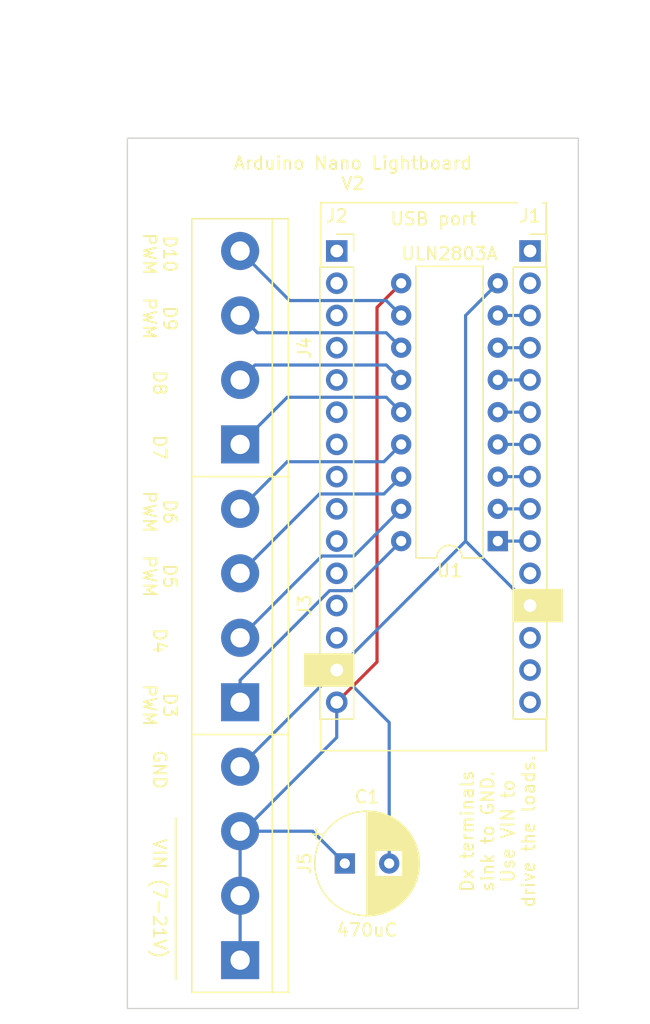
<source format=kicad_pcb>
(kicad_pcb (version 20171130) (host pcbnew 5.1.9+dfsg1-1)

  (general
    (thickness 1.6)
    (drawings 30)
    (tracks 51)
    (zones 0)
    (modules 11)
    (nets 37)
  )

  (page A4)
  (layers
    (0 F.Cu signal)
    (31 B.Cu signal)
    (32 B.Adhes user)
    (33 F.Adhes user)
    (34 B.Paste user)
    (35 F.Paste user)
    (36 B.SilkS user)
    (37 F.SilkS user)
    (38 B.Mask user)
    (39 F.Mask user)
    (40 Dwgs.User user)
    (41 Cmts.User user)
    (42 Eco1.User user)
    (43 Eco2.User user)
    (44 Edge.Cuts user)
    (45 Margin user)
    (46 B.CrtYd user)
    (47 F.CrtYd user)
    (48 B.Fab user)
    (49 F.Fab user)
  )

  (setup
    (last_trace_width 0.25)
    (trace_clearance 0.2)
    (zone_clearance 0.508)
    (zone_45_only no)
    (trace_min 0.2)
    (via_size 0.8)
    (via_drill 0.4)
    (via_min_size 0.4)
    (via_min_drill 0.3)
    (uvia_size 0.3)
    (uvia_drill 0.1)
    (uvias_allowed no)
    (uvia_min_size 0.2)
    (uvia_min_drill 0.1)
    (edge_width 0.05)
    (segment_width 0.2)
    (pcb_text_width 0.3)
    (pcb_text_size 1.5 1.5)
    (mod_edge_width 0.12)
    (mod_text_size 1 1)
    (mod_text_width 0.15)
    (pad_size 1.524 1.524)
    (pad_drill 0.762)
    (pad_to_mask_clearance 0)
    (aux_axis_origin 0 0)
    (grid_origin 86.36 56.92)
    (visible_elements FFFFFF7F)
    (pcbplotparams
      (layerselection 0x010fc_ffffffff)
      (usegerberextensions false)
      (usegerberattributes true)
      (usegerberadvancedattributes true)
      (creategerberjobfile true)
      (excludeedgelayer true)
      (linewidth 0.100000)
      (plotframeref false)
      (viasonmask false)
      (mode 1)
      (useauxorigin false)
      (hpglpennumber 1)
      (hpglpenspeed 20)
      (hpglpendiameter 15.000000)
      (psnegative false)
      (psa4output false)
      (plotreference true)
      (plotvalue true)
      (plotinvisibletext false)
      (padsonsilk false)
      (subtractmaskfromsilk false)
      (outputformat 1)
      (mirror false)
      (drillshape 1)
      (scaleselection 1)
      (outputdirectory ""))
  )

  (net 0 "")
  (net 1 GND)
  (net 2 +7.5V)
  (net 3 /TX0)
  (net 4 /RX0)
  (net 5 /RST)
  (net 6 /D2)
  (net 7 "/D3(PWM)")
  (net 8 /D4)
  (net 9 "/D5(PWM)")
  (net 10 "/D6(PWM)")
  (net 11 /D7)
  (net 12 /D8)
  (net 13 "/D9(PWM)")
  (net 14 "/D10(PWM)")
  (net 15 /D11)
  (net 16 /D12)
  (net 17 +5V)
  (net 18 "Net-(J2-Pad11)")
  (net 19 "Net-(J2-Pad10)")
  (net 20 "Net-(J2-Pad9)")
  (net 21 "Net-(J2-Pad8)")
  (net 22 "Net-(J2-Pad7)")
  (net 23 "Net-(J2-Pad6)")
  (net 24 "Net-(J2-Pad5)")
  (net 25 "Net-(J2-Pad4)")
  (net 26 "Net-(J2-Pad3)")
  (net 27 "Net-(J2-Pad2)")
  (net 28 "Net-(J2-Pad1)")
  (net 29 /LED_OUT4)
  (net 30 /LED_OUT1)
  (net 31 /LED_OUT3)
  (net 32 /LED_OUT2)
  (net 33 /LED_OUT8)
  (net 34 /LED_OUT5)
  (net 35 /LED_OUT7)
  (net 36 /LED_OUT6)

  (net_class Default "This is the default net class."
    (clearance 0.2)
    (trace_width 0.25)
    (via_dia 0.8)
    (via_drill 0.4)
    (uvia_dia 0.3)
    (uvia_drill 0.1)
    (add_net +5V)
    (add_net +7.5V)
    (add_net "/D10(PWM)")
    (add_net /D11)
    (add_net /D12)
    (add_net /D2)
    (add_net "/D3(PWM)")
    (add_net /D4)
    (add_net "/D5(PWM)")
    (add_net "/D6(PWM)")
    (add_net /D7)
    (add_net /D8)
    (add_net "/D9(PWM)")
    (add_net /LED_OUT1)
    (add_net /LED_OUT2)
    (add_net /LED_OUT3)
    (add_net /LED_OUT4)
    (add_net /LED_OUT5)
    (add_net /LED_OUT6)
    (add_net /LED_OUT7)
    (add_net /LED_OUT8)
    (add_net /RST)
    (add_net /RX0)
    (add_net /TX0)
    (add_net GND)
    (add_net "Net-(J2-Pad1)")
    (add_net "Net-(J2-Pad10)")
    (add_net "Net-(J2-Pad11)")
    (add_net "Net-(J2-Pad2)")
    (add_net "Net-(J2-Pad3)")
    (add_net "Net-(J2-Pad4)")
    (add_net "Net-(J2-Pad5)")
    (add_net "Net-(J2-Pad6)")
    (add_net "Net-(J2-Pad7)")
    (add_net "Net-(J2-Pad8)")
    (add_net "Net-(J2-Pad9)")
  )

  (module Capacitor_THT:CP_Radial_D8.0mm_P3.50mm (layer F.Cu) (tedit 5AE50EF0) (tstamp 6173E424)
    (at 86.995 105.18)
    (descr "CP, Radial series, Radial, pin pitch=3.50mm, , diameter=8mm, Electrolytic Capacitor")
    (tags "CP Radial series Radial pin pitch 3.50mm  diameter 8mm Electrolytic Capacitor")
    (path /616802A6)
    (fp_text reference C1 (at 1.75 -5.25) (layer F.SilkS)
      (effects (font (size 1 1) (thickness 0.15)))
    )
    (fp_text value 470uC (at 1.75 5.25) (layer F.SilkS)
      (effects (font (size 1 1) (thickness 0.15)))
    )
    (fp_line (start -2.259698 -2.715) (end -2.259698 -1.915) (layer F.SilkS) (width 0.12))
    (fp_line (start -2.659698 -2.315) (end -1.859698 -2.315) (layer F.SilkS) (width 0.12))
    (fp_line (start 5.831 -0.533) (end 5.831 0.533) (layer F.SilkS) (width 0.12))
    (fp_line (start 5.791 -0.768) (end 5.791 0.768) (layer F.SilkS) (width 0.12))
    (fp_line (start 5.751 -0.948) (end 5.751 0.948) (layer F.SilkS) (width 0.12))
    (fp_line (start 5.711 -1.098) (end 5.711 1.098) (layer F.SilkS) (width 0.12))
    (fp_line (start 5.671 -1.229) (end 5.671 1.229) (layer F.SilkS) (width 0.12))
    (fp_line (start 5.631 -1.346) (end 5.631 1.346) (layer F.SilkS) (width 0.12))
    (fp_line (start 5.591 -1.453) (end 5.591 1.453) (layer F.SilkS) (width 0.12))
    (fp_line (start 5.551 -1.552) (end 5.551 1.552) (layer F.SilkS) (width 0.12))
    (fp_line (start 5.511 -1.645) (end 5.511 1.645) (layer F.SilkS) (width 0.12))
    (fp_line (start 5.471 -1.731) (end 5.471 1.731) (layer F.SilkS) (width 0.12))
    (fp_line (start 5.431 -1.813) (end 5.431 1.813) (layer F.SilkS) (width 0.12))
    (fp_line (start 5.391 -1.89) (end 5.391 1.89) (layer F.SilkS) (width 0.12))
    (fp_line (start 5.351 -1.964) (end 5.351 1.964) (layer F.SilkS) (width 0.12))
    (fp_line (start 5.311 -2.034) (end 5.311 2.034) (layer F.SilkS) (width 0.12))
    (fp_line (start 5.271 -2.102) (end 5.271 2.102) (layer F.SilkS) (width 0.12))
    (fp_line (start 5.231 -2.166) (end 5.231 2.166) (layer F.SilkS) (width 0.12))
    (fp_line (start 5.191 -2.228) (end 5.191 2.228) (layer F.SilkS) (width 0.12))
    (fp_line (start 5.151 -2.287) (end 5.151 2.287) (layer F.SilkS) (width 0.12))
    (fp_line (start 5.111 -2.345) (end 5.111 2.345) (layer F.SilkS) (width 0.12))
    (fp_line (start 5.071 -2.4) (end 5.071 2.4) (layer F.SilkS) (width 0.12))
    (fp_line (start 5.031 -2.454) (end 5.031 2.454) (layer F.SilkS) (width 0.12))
    (fp_line (start 4.991 -2.505) (end 4.991 2.505) (layer F.SilkS) (width 0.12))
    (fp_line (start 4.951 -2.556) (end 4.951 2.556) (layer F.SilkS) (width 0.12))
    (fp_line (start 4.911 -2.604) (end 4.911 2.604) (layer F.SilkS) (width 0.12))
    (fp_line (start 4.871 -2.651) (end 4.871 2.651) (layer F.SilkS) (width 0.12))
    (fp_line (start 4.831 -2.697) (end 4.831 2.697) (layer F.SilkS) (width 0.12))
    (fp_line (start 4.791 -2.741) (end 4.791 2.741) (layer F.SilkS) (width 0.12))
    (fp_line (start 4.751 -2.784) (end 4.751 2.784) (layer F.SilkS) (width 0.12))
    (fp_line (start 4.711 -2.826) (end 4.711 2.826) (layer F.SilkS) (width 0.12))
    (fp_line (start 4.671 -2.867) (end 4.671 2.867) (layer F.SilkS) (width 0.12))
    (fp_line (start 4.631 -2.907) (end 4.631 2.907) (layer F.SilkS) (width 0.12))
    (fp_line (start 4.591 -2.945) (end 4.591 2.945) (layer F.SilkS) (width 0.12))
    (fp_line (start 4.551 -2.983) (end 4.551 2.983) (layer F.SilkS) (width 0.12))
    (fp_line (start 4.511 1.04) (end 4.511 3.019) (layer F.SilkS) (width 0.12))
    (fp_line (start 4.511 -3.019) (end 4.511 -1.04) (layer F.SilkS) (width 0.12))
    (fp_line (start 4.471 1.04) (end 4.471 3.055) (layer F.SilkS) (width 0.12))
    (fp_line (start 4.471 -3.055) (end 4.471 -1.04) (layer F.SilkS) (width 0.12))
    (fp_line (start 4.431 1.04) (end 4.431 3.09) (layer F.SilkS) (width 0.12))
    (fp_line (start 4.431 -3.09) (end 4.431 -1.04) (layer F.SilkS) (width 0.12))
    (fp_line (start 4.391 1.04) (end 4.391 3.124) (layer F.SilkS) (width 0.12))
    (fp_line (start 4.391 -3.124) (end 4.391 -1.04) (layer F.SilkS) (width 0.12))
    (fp_line (start 4.351 1.04) (end 4.351 3.156) (layer F.SilkS) (width 0.12))
    (fp_line (start 4.351 -3.156) (end 4.351 -1.04) (layer F.SilkS) (width 0.12))
    (fp_line (start 4.311 1.04) (end 4.311 3.189) (layer F.SilkS) (width 0.12))
    (fp_line (start 4.311 -3.189) (end 4.311 -1.04) (layer F.SilkS) (width 0.12))
    (fp_line (start 4.271 1.04) (end 4.271 3.22) (layer F.SilkS) (width 0.12))
    (fp_line (start 4.271 -3.22) (end 4.271 -1.04) (layer F.SilkS) (width 0.12))
    (fp_line (start 4.231 1.04) (end 4.231 3.25) (layer F.SilkS) (width 0.12))
    (fp_line (start 4.231 -3.25) (end 4.231 -1.04) (layer F.SilkS) (width 0.12))
    (fp_line (start 4.191 1.04) (end 4.191 3.28) (layer F.SilkS) (width 0.12))
    (fp_line (start 4.191 -3.28) (end 4.191 -1.04) (layer F.SilkS) (width 0.12))
    (fp_line (start 4.151 1.04) (end 4.151 3.309) (layer F.SilkS) (width 0.12))
    (fp_line (start 4.151 -3.309) (end 4.151 -1.04) (layer F.SilkS) (width 0.12))
    (fp_line (start 4.111 1.04) (end 4.111 3.338) (layer F.SilkS) (width 0.12))
    (fp_line (start 4.111 -3.338) (end 4.111 -1.04) (layer F.SilkS) (width 0.12))
    (fp_line (start 4.071 1.04) (end 4.071 3.365) (layer F.SilkS) (width 0.12))
    (fp_line (start 4.071 -3.365) (end 4.071 -1.04) (layer F.SilkS) (width 0.12))
    (fp_line (start 4.031 1.04) (end 4.031 3.392) (layer F.SilkS) (width 0.12))
    (fp_line (start 4.031 -3.392) (end 4.031 -1.04) (layer F.SilkS) (width 0.12))
    (fp_line (start 3.991 1.04) (end 3.991 3.418) (layer F.SilkS) (width 0.12))
    (fp_line (start 3.991 -3.418) (end 3.991 -1.04) (layer F.SilkS) (width 0.12))
    (fp_line (start 3.951 1.04) (end 3.951 3.444) (layer F.SilkS) (width 0.12))
    (fp_line (start 3.951 -3.444) (end 3.951 -1.04) (layer F.SilkS) (width 0.12))
    (fp_line (start 3.911 1.04) (end 3.911 3.469) (layer F.SilkS) (width 0.12))
    (fp_line (start 3.911 -3.469) (end 3.911 -1.04) (layer F.SilkS) (width 0.12))
    (fp_line (start 3.871 1.04) (end 3.871 3.493) (layer F.SilkS) (width 0.12))
    (fp_line (start 3.871 -3.493) (end 3.871 -1.04) (layer F.SilkS) (width 0.12))
    (fp_line (start 3.831 1.04) (end 3.831 3.517) (layer F.SilkS) (width 0.12))
    (fp_line (start 3.831 -3.517) (end 3.831 -1.04) (layer F.SilkS) (width 0.12))
    (fp_line (start 3.791 1.04) (end 3.791 3.54) (layer F.SilkS) (width 0.12))
    (fp_line (start 3.791 -3.54) (end 3.791 -1.04) (layer F.SilkS) (width 0.12))
    (fp_line (start 3.751 1.04) (end 3.751 3.562) (layer F.SilkS) (width 0.12))
    (fp_line (start 3.751 -3.562) (end 3.751 -1.04) (layer F.SilkS) (width 0.12))
    (fp_line (start 3.711 1.04) (end 3.711 3.584) (layer F.SilkS) (width 0.12))
    (fp_line (start 3.711 -3.584) (end 3.711 -1.04) (layer F.SilkS) (width 0.12))
    (fp_line (start 3.671 1.04) (end 3.671 3.606) (layer F.SilkS) (width 0.12))
    (fp_line (start 3.671 -3.606) (end 3.671 -1.04) (layer F.SilkS) (width 0.12))
    (fp_line (start 3.631 1.04) (end 3.631 3.627) (layer F.SilkS) (width 0.12))
    (fp_line (start 3.631 -3.627) (end 3.631 -1.04) (layer F.SilkS) (width 0.12))
    (fp_line (start 3.591 1.04) (end 3.591 3.647) (layer F.SilkS) (width 0.12))
    (fp_line (start 3.591 -3.647) (end 3.591 -1.04) (layer F.SilkS) (width 0.12))
    (fp_line (start 3.551 1.04) (end 3.551 3.666) (layer F.SilkS) (width 0.12))
    (fp_line (start 3.551 -3.666) (end 3.551 -1.04) (layer F.SilkS) (width 0.12))
    (fp_line (start 3.511 1.04) (end 3.511 3.686) (layer F.SilkS) (width 0.12))
    (fp_line (start 3.511 -3.686) (end 3.511 -1.04) (layer F.SilkS) (width 0.12))
    (fp_line (start 3.471 1.04) (end 3.471 3.704) (layer F.SilkS) (width 0.12))
    (fp_line (start 3.471 -3.704) (end 3.471 -1.04) (layer F.SilkS) (width 0.12))
    (fp_line (start 3.431 1.04) (end 3.431 3.722) (layer F.SilkS) (width 0.12))
    (fp_line (start 3.431 -3.722) (end 3.431 -1.04) (layer F.SilkS) (width 0.12))
    (fp_line (start 3.391 1.04) (end 3.391 3.74) (layer F.SilkS) (width 0.12))
    (fp_line (start 3.391 -3.74) (end 3.391 -1.04) (layer F.SilkS) (width 0.12))
    (fp_line (start 3.351 1.04) (end 3.351 3.757) (layer F.SilkS) (width 0.12))
    (fp_line (start 3.351 -3.757) (end 3.351 -1.04) (layer F.SilkS) (width 0.12))
    (fp_line (start 3.311 1.04) (end 3.311 3.774) (layer F.SilkS) (width 0.12))
    (fp_line (start 3.311 -3.774) (end 3.311 -1.04) (layer F.SilkS) (width 0.12))
    (fp_line (start 3.271 1.04) (end 3.271 3.79) (layer F.SilkS) (width 0.12))
    (fp_line (start 3.271 -3.79) (end 3.271 -1.04) (layer F.SilkS) (width 0.12))
    (fp_line (start 3.231 1.04) (end 3.231 3.805) (layer F.SilkS) (width 0.12))
    (fp_line (start 3.231 -3.805) (end 3.231 -1.04) (layer F.SilkS) (width 0.12))
    (fp_line (start 3.191 1.04) (end 3.191 3.821) (layer F.SilkS) (width 0.12))
    (fp_line (start 3.191 -3.821) (end 3.191 -1.04) (layer F.SilkS) (width 0.12))
    (fp_line (start 3.151 1.04) (end 3.151 3.835) (layer F.SilkS) (width 0.12))
    (fp_line (start 3.151 -3.835) (end 3.151 -1.04) (layer F.SilkS) (width 0.12))
    (fp_line (start 3.111 1.04) (end 3.111 3.85) (layer F.SilkS) (width 0.12))
    (fp_line (start 3.111 -3.85) (end 3.111 -1.04) (layer F.SilkS) (width 0.12))
    (fp_line (start 3.071 1.04) (end 3.071 3.863) (layer F.SilkS) (width 0.12))
    (fp_line (start 3.071 -3.863) (end 3.071 -1.04) (layer F.SilkS) (width 0.12))
    (fp_line (start 3.031 1.04) (end 3.031 3.877) (layer F.SilkS) (width 0.12))
    (fp_line (start 3.031 -3.877) (end 3.031 -1.04) (layer F.SilkS) (width 0.12))
    (fp_line (start 2.991 1.04) (end 2.991 3.889) (layer F.SilkS) (width 0.12))
    (fp_line (start 2.991 -3.889) (end 2.991 -1.04) (layer F.SilkS) (width 0.12))
    (fp_line (start 2.951 1.04) (end 2.951 3.902) (layer F.SilkS) (width 0.12))
    (fp_line (start 2.951 -3.902) (end 2.951 -1.04) (layer F.SilkS) (width 0.12))
    (fp_line (start 2.911 1.04) (end 2.911 3.914) (layer F.SilkS) (width 0.12))
    (fp_line (start 2.911 -3.914) (end 2.911 -1.04) (layer F.SilkS) (width 0.12))
    (fp_line (start 2.871 1.04) (end 2.871 3.925) (layer F.SilkS) (width 0.12))
    (fp_line (start 2.871 -3.925) (end 2.871 -1.04) (layer F.SilkS) (width 0.12))
    (fp_line (start 2.831 1.04) (end 2.831 3.936) (layer F.SilkS) (width 0.12))
    (fp_line (start 2.831 -3.936) (end 2.831 -1.04) (layer F.SilkS) (width 0.12))
    (fp_line (start 2.791 1.04) (end 2.791 3.947) (layer F.SilkS) (width 0.12))
    (fp_line (start 2.791 -3.947) (end 2.791 -1.04) (layer F.SilkS) (width 0.12))
    (fp_line (start 2.751 1.04) (end 2.751 3.957) (layer F.SilkS) (width 0.12))
    (fp_line (start 2.751 -3.957) (end 2.751 -1.04) (layer F.SilkS) (width 0.12))
    (fp_line (start 2.711 1.04) (end 2.711 3.967) (layer F.SilkS) (width 0.12))
    (fp_line (start 2.711 -3.967) (end 2.711 -1.04) (layer F.SilkS) (width 0.12))
    (fp_line (start 2.671 1.04) (end 2.671 3.976) (layer F.SilkS) (width 0.12))
    (fp_line (start 2.671 -3.976) (end 2.671 -1.04) (layer F.SilkS) (width 0.12))
    (fp_line (start 2.631 1.04) (end 2.631 3.985) (layer F.SilkS) (width 0.12))
    (fp_line (start 2.631 -3.985) (end 2.631 -1.04) (layer F.SilkS) (width 0.12))
    (fp_line (start 2.591 1.04) (end 2.591 3.994) (layer F.SilkS) (width 0.12))
    (fp_line (start 2.591 -3.994) (end 2.591 -1.04) (layer F.SilkS) (width 0.12))
    (fp_line (start 2.551 1.04) (end 2.551 4.002) (layer F.SilkS) (width 0.12))
    (fp_line (start 2.551 -4.002) (end 2.551 -1.04) (layer F.SilkS) (width 0.12))
    (fp_line (start 2.511 1.04) (end 2.511 4.01) (layer F.SilkS) (width 0.12))
    (fp_line (start 2.511 -4.01) (end 2.511 -1.04) (layer F.SilkS) (width 0.12))
    (fp_line (start 2.471 1.04) (end 2.471 4.017) (layer F.SilkS) (width 0.12))
    (fp_line (start 2.471 -4.017) (end 2.471 -1.04) (layer F.SilkS) (width 0.12))
    (fp_line (start 2.43 -4.024) (end 2.43 4.024) (layer F.SilkS) (width 0.12))
    (fp_line (start 2.39 -4.03) (end 2.39 4.03) (layer F.SilkS) (width 0.12))
    (fp_line (start 2.35 -4.037) (end 2.35 4.037) (layer F.SilkS) (width 0.12))
    (fp_line (start 2.31 -4.042) (end 2.31 4.042) (layer F.SilkS) (width 0.12))
    (fp_line (start 2.27 -4.048) (end 2.27 4.048) (layer F.SilkS) (width 0.12))
    (fp_line (start 2.23 -4.052) (end 2.23 4.052) (layer F.SilkS) (width 0.12))
    (fp_line (start 2.19 -4.057) (end 2.19 4.057) (layer F.SilkS) (width 0.12))
    (fp_line (start 2.15 -4.061) (end 2.15 4.061) (layer F.SilkS) (width 0.12))
    (fp_line (start 2.11 -4.065) (end 2.11 4.065) (layer F.SilkS) (width 0.12))
    (fp_line (start 2.07 -4.068) (end 2.07 4.068) (layer F.SilkS) (width 0.12))
    (fp_line (start 2.03 -4.071) (end 2.03 4.071) (layer F.SilkS) (width 0.12))
    (fp_line (start 1.99 -4.074) (end 1.99 4.074) (layer F.SilkS) (width 0.12))
    (fp_line (start 1.95 -4.076) (end 1.95 4.076) (layer F.SilkS) (width 0.12))
    (fp_line (start 1.91 -4.077) (end 1.91 4.077) (layer F.SilkS) (width 0.12))
    (fp_line (start 1.87 -4.079) (end 1.87 4.079) (layer F.SilkS) (width 0.12))
    (fp_line (start 1.83 -4.08) (end 1.83 4.08) (layer F.SilkS) (width 0.12))
    (fp_line (start 1.79 -4.08) (end 1.79 4.08) (layer F.SilkS) (width 0.12))
    (fp_line (start 1.75 -4.08) (end 1.75 4.08) (layer F.SilkS) (width 0.12))
    (fp_line (start -1.276759 -2.1475) (end -1.276759 -1.3475) (layer F.Fab) (width 0.1))
    (fp_line (start -1.676759 -1.7475) (end -0.876759 -1.7475) (layer F.Fab) (width 0.1))
    (fp_circle (center 1.75 0) (end 6 0) (layer F.CrtYd) (width 0.05))
    (fp_circle (center 1.75 0) (end 5.87 0) (layer F.SilkS) (width 0.12))
    (fp_circle (center 1.75 0) (end 5.75 0) (layer F.Fab) (width 0.1))
    (fp_text user %R (at 1.75 0) (layer F.Fab)
      (effects (font (size 1 1) (thickness 0.15)))
    )
    (pad 2 thru_hole circle (at 3.5 0) (size 1.6 1.6) (drill 0.8) (layers *.Cu *.Mask)
      (net 1 GND))
    (pad 1 thru_hole rect (at 0 0) (size 1.6 1.6) (drill 0.8) (layers *.Cu *.Mask)
      (net 2 +7.5V))
    (model ${KISYS3DMOD}/Capacitor_THT.3dshapes/CP_Radial_D8.0mm_P3.50mm.wrl
      (at (xyz 0 0 0))
      (scale (xyz 1 1 1))
      (rotate (xyz 0 0 0))
    )
  )

  (module Package_DIP:DIP-18_W7.62mm (layer F.Cu) (tedit 5A02E8C5) (tstamp 6165A14C)
    (at 99.06 79.78 180)
    (descr "18-lead though-hole mounted DIP package, row spacing 7.62 mm (300 mils)")
    (tags "THT DIP DIL PDIP 2.54mm 7.62mm 300mil")
    (path /616665CA)
    (fp_text reference U1 (at 3.81 -2.33) (layer F.SilkS)
      (effects (font (size 1 1) (thickness 0.15)))
    )
    (fp_text value ULN2803A (at 3.81 22.65) (layer F.SilkS)
      (effects (font (size 1 1) (thickness 0.15)))
    )
    (fp_line (start 1.635 -1.27) (end 6.985 -1.27) (layer F.Fab) (width 0.1))
    (fp_line (start 6.985 -1.27) (end 6.985 21.59) (layer F.Fab) (width 0.1))
    (fp_line (start 6.985 21.59) (end 0.635 21.59) (layer F.Fab) (width 0.1))
    (fp_line (start 0.635 21.59) (end 0.635 -0.27) (layer F.Fab) (width 0.1))
    (fp_line (start 0.635 -0.27) (end 1.635 -1.27) (layer F.Fab) (width 0.1))
    (fp_line (start 2.81 -1.33) (end 1.16 -1.33) (layer F.SilkS) (width 0.12))
    (fp_line (start 1.16 -1.33) (end 1.16 21.65) (layer F.SilkS) (width 0.12))
    (fp_line (start 1.16 21.65) (end 6.46 21.65) (layer F.SilkS) (width 0.12))
    (fp_line (start 6.46 21.65) (end 6.46 -1.33) (layer F.SilkS) (width 0.12))
    (fp_line (start 6.46 -1.33) (end 4.81 -1.33) (layer F.SilkS) (width 0.12))
    (fp_line (start -1.1 -1.55) (end -1.1 21.85) (layer F.CrtYd) (width 0.05))
    (fp_line (start -1.1 21.85) (end 8.7 21.85) (layer F.CrtYd) (width 0.05))
    (fp_line (start 8.7 21.85) (end 8.7 -1.55) (layer F.CrtYd) (width 0.05))
    (fp_line (start 8.7 -1.55) (end -1.1 -1.55) (layer F.CrtYd) (width 0.05))
    (fp_text user %R (at 3.81 10.16) (layer F.Fab)
      (effects (font (size 1 1) (thickness 0.15)))
    )
    (fp_arc (start 3.81 -1.33) (end 2.81 -1.33) (angle -180) (layer F.SilkS) (width 0.12))
    (pad 18 thru_hole oval (at 7.62 0 180) (size 1.6 1.6) (drill 0.8) (layers *.Cu *.Mask)
      (net 30 /LED_OUT1))
    (pad 9 thru_hole oval (at 0 20.32 180) (size 1.6 1.6) (drill 0.8) (layers *.Cu *.Mask)
      (net 1 GND))
    (pad 17 thru_hole oval (at 7.62 2.54 180) (size 1.6 1.6) (drill 0.8) (layers *.Cu *.Mask)
      (net 32 /LED_OUT2))
    (pad 8 thru_hole oval (at 0 17.78 180) (size 1.6 1.6) (drill 0.8) (layers *.Cu *.Mask)
      (net 14 "/D10(PWM)"))
    (pad 16 thru_hole oval (at 7.62 5.08 180) (size 1.6 1.6) (drill 0.8) (layers *.Cu *.Mask)
      (net 31 /LED_OUT3))
    (pad 7 thru_hole oval (at 0 15.24 180) (size 1.6 1.6) (drill 0.8) (layers *.Cu *.Mask)
      (net 13 "/D9(PWM)"))
    (pad 15 thru_hole oval (at 7.62 7.62 180) (size 1.6 1.6) (drill 0.8) (layers *.Cu *.Mask)
      (net 29 /LED_OUT4))
    (pad 6 thru_hole oval (at 0 12.7 180) (size 1.6 1.6) (drill 0.8) (layers *.Cu *.Mask)
      (net 12 /D8))
    (pad 14 thru_hole oval (at 7.62 10.16 180) (size 1.6 1.6) (drill 0.8) (layers *.Cu *.Mask)
      (net 34 /LED_OUT5))
    (pad 5 thru_hole oval (at 0 10.16 180) (size 1.6 1.6) (drill 0.8) (layers *.Cu *.Mask)
      (net 11 /D7))
    (pad 13 thru_hole oval (at 7.62 12.7 180) (size 1.6 1.6) (drill 0.8) (layers *.Cu *.Mask)
      (net 36 /LED_OUT6))
    (pad 4 thru_hole oval (at 0 7.62 180) (size 1.6 1.6) (drill 0.8) (layers *.Cu *.Mask)
      (net 10 "/D6(PWM)"))
    (pad 12 thru_hole oval (at 7.62 15.24 180) (size 1.6 1.6) (drill 0.8) (layers *.Cu *.Mask)
      (net 35 /LED_OUT7))
    (pad 3 thru_hole oval (at 0 5.08 180) (size 1.6 1.6) (drill 0.8) (layers *.Cu *.Mask)
      (net 9 "/D5(PWM)"))
    (pad 11 thru_hole oval (at 7.62 17.78 180) (size 1.6 1.6) (drill 0.8) (layers *.Cu *.Mask)
      (net 33 /LED_OUT8))
    (pad 2 thru_hole oval (at 0 2.54 180) (size 1.6 1.6) (drill 0.8) (layers *.Cu *.Mask)
      (net 8 /D4))
    (pad 10 thru_hole oval (at 7.62 20.32 180) (size 1.6 1.6) (drill 0.8) (layers *.Cu *.Mask)
      (net 2 +7.5V))
    (pad 1 thru_hole rect (at 0 0 180) (size 1.6 1.6) (drill 0.8) (layers *.Cu *.Mask)
      (net 7 "/D3(PWM)"))
    (model ${KISYS3DMOD}/Package_DIP.3dshapes/DIP-18_W7.62mm.wrl
      (at (xyz 0 0 0))
      (scale (xyz 1 1 1))
      (rotate (xyz 0 0 0))
    )
  )

  (module MountingHole:MountingHole_3.2mm_M3 (layer F.Cu) (tedit 56D1B4CB) (tstamp 616617BD)
    (at 101.6 51.84)
    (descr "Mounting Hole 3.2mm, no annular, M3")
    (tags "mounting hole 3.2mm no annular m3")
    (attr virtual)
    (fp_text reference "" (at 0 -4.2) (layer F.SilkS) hide
      (effects (font (size 1 1) (thickness 0.15)))
    )
    (fp_text value MountingHole_3.2mm_M3 (at 0 4.2) (layer F.Fab)
      (effects (font (size 1 1) (thickness 0.15)))
    )
    (fp_circle (center 0 0) (end 3.45 0) (layer F.CrtYd) (width 0.05))
    (fp_circle (center 0 0) (end 3.2 0) (layer Cmts.User) (width 0.15))
    (fp_text user %R (at 0.3 0) (layer F.Fab)
      (effects (font (size 1 1) (thickness 0.15)))
    )
    (pad 1 np_thru_hole circle (at 0 0) (size 3.2 3.2) (drill 3.2) (layers *.Cu *.Mask))
  )

  (module MountingHole:MountingHole_3.2mm_M3 (layer F.Cu) (tedit 56D1B4CB) (tstamp 6166183A)
    (at 73.66 51.84)
    (descr "Mounting Hole 3.2mm, no annular, M3")
    (tags "mounting hole 3.2mm no annular m3")
    (attr virtual)
    (fp_text reference "" (at 0 -4.2) (layer F.SilkS) hide
      (effects (font (size 1 1) (thickness 0.15)))
    )
    (fp_text value MountingHole_3.2mm_M3 (at 0 4.2) (layer F.Fab)
      (effects (font (size 1 1) (thickness 0.15)))
    )
    (fp_circle (center 0 0) (end 3.45 0) (layer F.CrtYd) (width 0.05))
    (fp_circle (center 0 0) (end 3.2 0) (layer Cmts.User) (width 0.15))
    (fp_text user %R (at 0.3 0) (layer F.Fab)
      (effects (font (size 1 1) (thickness 0.15)))
    )
    (pad 1 np_thru_hole circle (at 0 0) (size 3.2 3.2) (drill 3.2) (layers *.Cu *.Mask))
  )

  (module MountingHole:MountingHole_3.2mm_M3 (layer F.Cu) (tedit 56D1B4CB) (tstamp 61669596)
    (at 101.6 112.8)
    (descr "Mounting Hole 3.2mm, no annular, M3")
    (tags "mounting hole 3.2mm no annular m3")
    (attr virtual)
    (fp_text reference REF** (at 0 -4.2) (layer F.SilkS) hide
      (effects (font (size 1 1) (thickness 0.15)))
    )
    (fp_text value MountingHole_3.2mm_M3 (at 0 4.2) (layer F.Fab)
      (effects (font (size 1 1) (thickness 0.15)))
    )
    (fp_circle (center 0 0) (end 3.2 0) (layer Cmts.User) (width 0.15))
    (fp_circle (center 0 0) (end 3.45 0) (layer F.CrtYd) (width 0.05))
    (fp_text user %R (at 0.3 0) (layer F.Fab)
      (effects (font (size 1 1) (thickness 0.15)))
    )
    (pad 1 np_thru_hole circle (at 0 0) (size 3.2 3.2) (drill 3.2) (layers *.Cu *.Mask))
  )

  (module MountingHole:MountingHole_3.2mm_M3 (layer F.Cu) (tedit 56D1B4CB) (tstamp 61661750)
    (at 86.36 112.8)
    (descr "Mounting Hole 3.2mm, no annular, M3")
    (tags "mounting hole 3.2mm no annular m3")
    (attr virtual)
    (fp_text reference REF** (at 0 -4.2) (layer F.SilkS) hide
      (effects (font (size 1 1) (thickness 0.15)))
    )
    (fp_text value MountingHole_3.2mm_M3 (at 0 4.2) (layer F.Fab)
      (effects (font (size 1 1) (thickness 0.15)))
    )
    (fp_circle (center 0 0) (end 3.2 0) (layer Cmts.User) (width 0.15))
    (fp_circle (center 0 0) (end 3.45 0) (layer F.CrtYd) (width 0.05))
    (fp_text user %R (at 0.3 0) (layer F.Fab)
      (effects (font (size 1 1) (thickness 0.15)))
    )
    (pad 1 np_thru_hole circle (at 0 0) (size 3.2 3.2) (drill 3.2) (layers *.Cu *.Mask))
  )

  (module TerminalBlock:TerminalBlock_bornier-4_P5.08mm (layer F.Cu) (tedit 59FF03D1) (tstamp 61661C11)
    (at 78.74 112.8 90)
    (descr "simple 4-pin terminal block, pitch 5.08mm, revamped version of bornier4")
    (tags "terminal block bornier4")
    (path /616648E0)
    (fp_text reference J5 (at 7.62 5.08 90) (layer F.SilkS)
      (effects (font (size 1 1) (thickness 0.15)))
    )
    (fp_text value Screw_Terminal_01x04 (at 7.6 4.75 90) (layer F.Fab)
      (effects (font (size 1 1) (thickness 0.15)))
    )
    (fp_line (start 17.97 4) (end -2.73 4) (layer F.CrtYd) (width 0.05))
    (fp_line (start 17.97 4) (end 17.97 -4) (layer F.CrtYd) (width 0.05))
    (fp_line (start -2.73 -4) (end -2.73 4) (layer F.CrtYd) (width 0.05))
    (fp_line (start -2.73 -4) (end 17.97 -4) (layer F.CrtYd) (width 0.05))
    (fp_line (start -2.54 3.81) (end 17.78 3.81) (layer F.SilkS) (width 0.12))
    (fp_line (start -2.54 -3.81) (end 17.78 -3.81) (layer F.SilkS) (width 0.12))
    (fp_line (start 17.78 2.54) (end -2.54 2.54) (layer F.SilkS) (width 0.12))
    (fp_line (start 17.78 3.81) (end 17.78 -3.81) (layer F.SilkS) (width 0.12))
    (fp_line (start -2.54 -3.81) (end -2.54 3.81) (layer F.SilkS) (width 0.12))
    (fp_line (start 17.72 3.75) (end -2.43 3.75) (layer F.Fab) (width 0.1))
    (fp_line (start 17.72 -3.75) (end 17.72 3.75) (layer F.Fab) (width 0.1))
    (fp_line (start -2.48 -3.75) (end 17.72 -3.75) (layer F.Fab) (width 0.1))
    (fp_line (start -2.48 3.75) (end -2.48 -3.75) (layer F.Fab) (width 0.1))
    (fp_line (start -2.43 3.75) (end -2.48 3.75) (layer F.Fab) (width 0.1))
    (fp_line (start -2.48 2.55) (end 17.72 2.55) (layer F.Fab) (width 0.1))
    (fp_text user %R (at 7.62 0 90) (layer F.Fab)
      (effects (font (size 1 1) (thickness 0.15)))
    )
    (pad 2 thru_hole circle (at 5.08 0 90) (size 3 3) (drill 1.52) (layers *.Cu *.Mask)
      (net 2 +7.5V))
    (pad 3 thru_hole circle (at 10.16 0 90) (size 3 3) (drill 1.52) (layers *.Cu *.Mask)
      (net 2 +7.5V))
    (pad 1 thru_hole rect (at 0 0 90) (size 3 3) (drill 1.52) (layers *.Cu *.Mask)
      (net 2 +7.5V))
    (pad 4 thru_hole circle (at 15.24 0 90) (size 3 3) (drill 1.52) (layers *.Cu *.Mask)
      (net 1 GND))
    (model ${KISYS3DMOD}/TerminalBlock.3dshapes/TerminalBlock_bornier-4_P5.08mm.wrl
      (offset (xyz 7.619999885559082 0 0))
      (scale (xyz 1 1 1))
      (rotate (xyz 0 0 0))
    )
  )

  (module TerminalBlock:TerminalBlock_bornier-4_P5.08mm (layer F.Cu) (tedit 59FF03D1) (tstamp 61659A73)
    (at 78.74 72.16 90)
    (descr "simple 4-pin terminal block, pitch 5.08mm, revamped version of bornier4")
    (tags "terminal block bornier4")
    (path /61663FC0)
    (fp_text reference J4 (at 7.6 5.08 90) (layer F.SilkS)
      (effects (font (size 1 1) (thickness 0.15)))
    )
    (fp_text value Screw_Terminal_01x04 (at 7.6 4.75 90) (layer F.Fab)
      (effects (font (size 1 1) (thickness 0.15)))
    )
    (fp_line (start -2.48 2.55) (end 17.72 2.55) (layer F.Fab) (width 0.1))
    (fp_line (start -2.43 3.75) (end -2.48 3.75) (layer F.Fab) (width 0.1))
    (fp_line (start -2.48 3.75) (end -2.48 -3.75) (layer F.Fab) (width 0.1))
    (fp_line (start -2.48 -3.75) (end 17.72 -3.75) (layer F.Fab) (width 0.1))
    (fp_line (start 17.72 -3.75) (end 17.72 3.75) (layer F.Fab) (width 0.1))
    (fp_line (start 17.72 3.75) (end -2.43 3.75) (layer F.Fab) (width 0.1))
    (fp_line (start -2.54 -3.81) (end -2.54 3.81) (layer F.SilkS) (width 0.12))
    (fp_line (start 17.78 3.81) (end 17.78 -3.81) (layer F.SilkS) (width 0.12))
    (fp_line (start 17.78 2.54) (end -2.54 2.54) (layer F.SilkS) (width 0.12))
    (fp_line (start -2.54 -3.81) (end 17.78 -3.81) (layer F.SilkS) (width 0.12))
    (fp_line (start -2.54 3.81) (end 17.78 3.81) (layer F.SilkS) (width 0.12))
    (fp_line (start -2.73 -4) (end 17.97 -4) (layer F.CrtYd) (width 0.05))
    (fp_line (start -2.73 -4) (end -2.73 4) (layer F.CrtYd) (width 0.05))
    (fp_line (start 17.97 4) (end 17.97 -4) (layer F.CrtYd) (width 0.05))
    (fp_line (start 17.97 4) (end -2.73 4) (layer F.CrtYd) (width 0.05))
    (fp_text user %R (at 7.62 0 90) (layer F.Fab)
      (effects (font (size 1 1) (thickness 0.15)))
    )
    (pad 4 thru_hole circle (at 15.24 0 90) (size 3 3) (drill 1.52) (layers *.Cu *.Mask)
      (net 33 /LED_OUT8))
    (pad 1 thru_hole rect (at 0 0 90) (size 3 3) (drill 1.52) (layers *.Cu *.Mask)
      (net 34 /LED_OUT5))
    (pad 3 thru_hole circle (at 10.16 0 90) (size 3 3) (drill 1.52) (layers *.Cu *.Mask)
      (net 35 /LED_OUT7))
    (pad 2 thru_hole circle (at 5.08 0 90) (size 3 3) (drill 1.52) (layers *.Cu *.Mask)
      (net 36 /LED_OUT6))
    (model ${KISYS3DMOD}/TerminalBlock.3dshapes/TerminalBlock_bornier-4_P5.08mm.wrl
      (offset (xyz 7.619999885559082 0 0))
      (scale (xyz 1 1 1))
      (rotate (xyz 0 0 0))
    )
  )

  (module TerminalBlock:TerminalBlock_bornier-4_P5.08mm (layer F.Cu) (tedit 59FF03D1) (tstamp 61659A5B)
    (at 78.74 92.48 90)
    (descr "simple 4-pin terminal block, pitch 5.08mm, revamped version of bornier4")
    (tags "terminal block bornier4")
    (path /616636CF)
    (fp_text reference J3 (at 7.62 5.08 90) (layer F.SilkS)
      (effects (font (size 1 1) (thickness 0.15)))
    )
    (fp_text value Screw_Terminal_01x04 (at 7.6 4.75 90) (layer F.Fab)
      (effects (font (size 1 1) (thickness 0.15)))
    )
    (fp_line (start -2.48 2.55) (end 17.72 2.55) (layer F.Fab) (width 0.1))
    (fp_line (start -2.43 3.75) (end -2.48 3.75) (layer F.Fab) (width 0.1))
    (fp_line (start -2.48 3.75) (end -2.48 -3.75) (layer F.Fab) (width 0.1))
    (fp_line (start -2.48 -3.75) (end 17.72 -3.75) (layer F.Fab) (width 0.1))
    (fp_line (start 17.72 -3.75) (end 17.72 3.75) (layer F.Fab) (width 0.1))
    (fp_line (start 17.72 3.75) (end -2.43 3.75) (layer F.Fab) (width 0.1))
    (fp_line (start -2.54 -3.81) (end -2.54 3.81) (layer F.SilkS) (width 0.12))
    (fp_line (start 17.78 3.81) (end 17.78 -3.81) (layer F.SilkS) (width 0.12))
    (fp_line (start 17.78 2.54) (end -2.54 2.54) (layer F.SilkS) (width 0.12))
    (fp_line (start -2.54 -3.81) (end 17.78 -3.81) (layer F.SilkS) (width 0.12))
    (fp_line (start -2.54 3.81) (end 17.78 3.81) (layer F.SilkS) (width 0.12))
    (fp_line (start -2.73 -4) (end 17.97 -4) (layer F.CrtYd) (width 0.05))
    (fp_line (start -2.73 -4) (end -2.73 4) (layer F.CrtYd) (width 0.05))
    (fp_line (start 17.97 4) (end 17.97 -4) (layer F.CrtYd) (width 0.05))
    (fp_line (start 17.97 4) (end -2.73 4) (layer F.CrtYd) (width 0.05))
    (fp_text user %R (at 7.62 0 90) (layer F.Fab)
      (effects (font (size 1 1) (thickness 0.15)))
    )
    (pad 4 thru_hole circle (at 15.24 0 90) (size 3 3) (drill 1.52) (layers *.Cu *.Mask)
      (net 29 /LED_OUT4))
    (pad 1 thru_hole rect (at 0 0 90) (size 3 3) (drill 1.52) (layers *.Cu *.Mask)
      (net 30 /LED_OUT1))
    (pad 3 thru_hole circle (at 10.16 0 90) (size 3 3) (drill 1.52) (layers *.Cu *.Mask)
      (net 31 /LED_OUT3))
    (pad 2 thru_hole circle (at 5.08 0 90) (size 3 3) (drill 1.52) (layers *.Cu *.Mask)
      (net 32 /LED_OUT2))
    (model ${KISYS3DMOD}/TerminalBlock.3dshapes/TerminalBlock_bornier-4_P5.08mm.wrl
      (offset (xyz 7.619999885559082 0 0))
      (scale (xyz 1 1 1))
      (rotate (xyz 0 0 0))
    )
  )

  (module Connector_PinSocket_2.54mm:PinSocket_1x15_P2.54mm_Vertical (layer F.Cu) (tedit 5A19A41D) (tstamp 616653B4)
    (at 86.36 56.92)
    (descr "Through hole straight socket strip, 1x15, 2.54mm pitch, single row (from Kicad 4.0.7), script generated")
    (tags "Through hole socket strip THT 1x15 2.54mm single row")
    (path /616598AF)
    (fp_text reference J2 (at 0 -2.77) (layer F.SilkS)
      (effects (font (size 1 1) (thickness 0.15)))
    )
    (fp_text value Conn_01x15_Female (at 0 38.33) (layer F.Fab)
      (effects (font (size 1 1) (thickness 0.15)))
    )
    (fp_line (start -1.27 -1.27) (end 0.635 -1.27) (layer F.Fab) (width 0.1))
    (fp_line (start 0.635 -1.27) (end 1.27 -0.635) (layer F.Fab) (width 0.1))
    (fp_line (start 1.27 -0.635) (end 1.27 36.83) (layer F.Fab) (width 0.1))
    (fp_line (start 1.27 36.83) (end -1.27 36.83) (layer F.Fab) (width 0.1))
    (fp_line (start -1.27 36.83) (end -1.27 -1.27) (layer F.Fab) (width 0.1))
    (fp_line (start -1.33 1.27) (end 1.33 1.27) (layer F.SilkS) (width 0.12))
    (fp_line (start -1.33 1.27) (end -1.33 36.89) (layer F.SilkS) (width 0.12))
    (fp_line (start -1.33 36.89) (end 1.33 36.89) (layer F.SilkS) (width 0.12))
    (fp_line (start 1.33 1.27) (end 1.33 36.89) (layer F.SilkS) (width 0.12))
    (fp_line (start 1.33 -1.33) (end 1.33 0) (layer F.SilkS) (width 0.12))
    (fp_line (start 0 -1.33) (end 1.33 -1.33) (layer F.SilkS) (width 0.12))
    (fp_line (start -1.8 -1.8) (end 1.75 -1.8) (layer F.CrtYd) (width 0.05))
    (fp_line (start 1.75 -1.8) (end 1.75 37.3) (layer F.CrtYd) (width 0.05))
    (fp_line (start 1.75 37.3) (end -1.8 37.3) (layer F.CrtYd) (width 0.05))
    (fp_line (start -1.8 37.3) (end -1.8 -1.8) (layer F.CrtYd) (width 0.05))
    (fp_text user %R (at 0 17.78 90) (layer F.Fab)
      (effects (font (size 1 1) (thickness 0.15)))
    )
    (pad 15 thru_hole oval (at 0 35.56) (size 1.7 1.7) (drill 1) (layers *.Cu *.Mask)
      (net 2 +7.5V))
    (pad 14 thru_hole oval (at 0 33.02) (size 1.7 1.7) (drill 1) (layers *.Cu *.Mask)
      (net 1 GND))
    (pad 13 thru_hole oval (at 0 30.48) (size 1.7 1.7) (drill 1) (layers *.Cu *.Mask)
      (net 5 /RST))
    (pad 12 thru_hole oval (at 0 27.94) (size 1.7 1.7) (drill 1) (layers *.Cu *.Mask)
      (net 17 +5V))
    (pad 11 thru_hole oval (at 0 25.4) (size 1.7 1.7) (drill 1) (layers *.Cu *.Mask)
      (net 18 "Net-(J2-Pad11)"))
    (pad 10 thru_hole oval (at 0 22.86) (size 1.7 1.7) (drill 1) (layers *.Cu *.Mask)
      (net 19 "Net-(J2-Pad10)"))
    (pad 9 thru_hole oval (at 0 20.32) (size 1.7 1.7) (drill 1) (layers *.Cu *.Mask)
      (net 20 "Net-(J2-Pad9)"))
    (pad 8 thru_hole oval (at 0 17.78) (size 1.7 1.7) (drill 1) (layers *.Cu *.Mask)
      (net 21 "Net-(J2-Pad8)"))
    (pad 7 thru_hole oval (at 0 15.24) (size 1.7 1.7) (drill 1) (layers *.Cu *.Mask)
      (net 22 "Net-(J2-Pad7)"))
    (pad 6 thru_hole oval (at 0 12.7) (size 1.7 1.7) (drill 1) (layers *.Cu *.Mask)
      (net 23 "Net-(J2-Pad6)"))
    (pad 5 thru_hole oval (at 0 10.16) (size 1.7 1.7) (drill 1) (layers *.Cu *.Mask)
      (net 24 "Net-(J2-Pad5)"))
    (pad 4 thru_hole oval (at 0 7.62) (size 1.7 1.7) (drill 1) (layers *.Cu *.Mask)
      (net 25 "Net-(J2-Pad4)"))
    (pad 3 thru_hole oval (at 0 5.08) (size 1.7 1.7) (drill 1) (layers *.Cu *.Mask)
      (net 26 "Net-(J2-Pad3)"))
    (pad 2 thru_hole oval (at 0 2.54) (size 1.7 1.7) (drill 1) (layers *.Cu *.Mask)
      (net 27 "Net-(J2-Pad2)"))
    (pad 1 thru_hole rect (at 0 0) (size 1.7 1.7) (drill 1) (layers *.Cu *.Mask)
      (net 28 "Net-(J2-Pad1)"))
    (model ${KISYS3DMOD}/Connector_PinSocket_2.54mm.3dshapes/PinSocket_1x15_P2.54mm_Vertical.wrl
      (at (xyz 0 0 0))
      (scale (xyz 1 1 1))
      (rotate (xyz 0 0 0))
    )
  )

  (module Connector_PinSocket_2.54mm:PinSocket_1x15_P2.54mm_Vertical (layer F.Cu) (tedit 5A19A41D) (tstamp 616587FE)
    (at 101.6 56.92)
    (descr "Through hole straight socket strip, 1x15, 2.54mm pitch, single row (from Kicad 4.0.7), script generated")
    (tags "Through hole socket strip THT 1x15 2.54mm single row")
    (path /61658A93)
    (fp_text reference J1 (at 0 -2.77) (layer F.SilkS)
      (effects (font (size 1 1) (thickness 0.15)))
    )
    (fp_text value Conn_01x15_Female (at 0 38.33) (layer F.Fab)
      (effects (font (size 1 1) (thickness 0.15)))
    )
    (fp_line (start -1.27 -1.27) (end 0.635 -1.27) (layer F.Fab) (width 0.1))
    (fp_line (start 0.635 -1.27) (end 1.27 -0.635) (layer F.Fab) (width 0.1))
    (fp_line (start 1.27 -0.635) (end 1.27 36.83) (layer F.Fab) (width 0.1))
    (fp_line (start 1.27 36.83) (end -1.27 36.83) (layer F.Fab) (width 0.1))
    (fp_line (start -1.27 36.83) (end -1.27 -1.27) (layer F.Fab) (width 0.1))
    (fp_line (start -1.33 1.27) (end 1.33 1.27) (layer F.SilkS) (width 0.12))
    (fp_line (start -1.33 1.27) (end -1.33 36.89) (layer F.SilkS) (width 0.12))
    (fp_line (start -1.33 36.89) (end 1.33 36.89) (layer F.SilkS) (width 0.12))
    (fp_line (start 1.33 1.27) (end 1.33 36.89) (layer F.SilkS) (width 0.12))
    (fp_line (start 1.33 -1.33) (end 1.33 0) (layer F.SilkS) (width 0.12))
    (fp_line (start 0 -1.33) (end 1.33 -1.33) (layer F.SilkS) (width 0.12))
    (fp_line (start -1.8 -1.8) (end 1.75 -1.8) (layer F.CrtYd) (width 0.05))
    (fp_line (start 1.75 -1.8) (end 1.75 37.3) (layer F.CrtYd) (width 0.05))
    (fp_line (start 1.75 37.3) (end -1.8 37.3) (layer F.CrtYd) (width 0.05))
    (fp_line (start -1.8 37.3) (end -1.8 -1.8) (layer F.CrtYd) (width 0.05))
    (fp_text user %R (at 0 17.78 90) (layer F.Fab)
      (effects (font (size 1 1) (thickness 0.15)))
    )
    (pad 15 thru_hole oval (at 0 35.56) (size 1.7 1.7) (drill 1) (layers *.Cu *.Mask)
      (net 3 /TX0))
    (pad 14 thru_hole oval (at 0 33.02) (size 1.7 1.7) (drill 1) (layers *.Cu *.Mask)
      (net 4 /RX0))
    (pad 13 thru_hole oval (at 0 30.48) (size 1.7 1.7) (drill 1) (layers *.Cu *.Mask)
      (net 5 /RST))
    (pad 12 thru_hole oval (at 0 27.94) (size 1.7 1.7) (drill 1) (layers *.Cu *.Mask)
      (net 1 GND))
    (pad 11 thru_hole oval (at 0 25.4) (size 1.7 1.7) (drill 1) (layers *.Cu *.Mask)
      (net 6 /D2))
    (pad 10 thru_hole oval (at 0 22.86) (size 1.7 1.7) (drill 1) (layers *.Cu *.Mask)
      (net 7 "/D3(PWM)"))
    (pad 9 thru_hole oval (at 0 20.32) (size 1.7 1.7) (drill 1) (layers *.Cu *.Mask)
      (net 8 /D4))
    (pad 8 thru_hole oval (at 0 17.78) (size 1.7 1.7) (drill 1) (layers *.Cu *.Mask)
      (net 9 "/D5(PWM)"))
    (pad 7 thru_hole oval (at 0 15.24) (size 1.7 1.7) (drill 1) (layers *.Cu *.Mask)
      (net 10 "/D6(PWM)"))
    (pad 6 thru_hole oval (at 0 12.7) (size 1.7 1.7) (drill 1) (layers *.Cu *.Mask)
      (net 11 /D7))
    (pad 5 thru_hole oval (at 0 10.16) (size 1.7 1.7) (drill 1) (layers *.Cu *.Mask)
      (net 12 /D8))
    (pad 4 thru_hole oval (at 0 7.62) (size 1.7 1.7) (drill 1) (layers *.Cu *.Mask)
      (net 13 "/D9(PWM)"))
    (pad 3 thru_hole oval (at 0 5.08) (size 1.7 1.7) (drill 1) (layers *.Cu *.Mask)
      (net 14 "/D10(PWM)"))
    (pad 2 thru_hole oval (at 0 2.54) (size 1.7 1.7) (drill 1) (layers *.Cu *.Mask)
      (net 15 /D11))
    (pad 1 thru_hole rect (at 0 0) (size 1.7 1.7) (drill 1) (layers *.Cu *.Mask)
      (net 16 /D12))
    (model ${KISYS3DMOD}/Connector_PinSocket_2.54mm.3dshapes/PinSocket_1x15_P2.54mm_Vertical.wrl
      (at (xyz 0 0 0))
      (scale (xyz 1 1 1))
      (rotate (xyz 0 0 0))
    )
  )

  (gr_line (start 102.87 53.11) (end 102.87 58.19) (layer F.SilkS) (width 0.12))
  (gr_line (start 85.09 53.11) (end 102.87 53.11) (layer F.SilkS) (width 0.12))
  (gr_line (start 85.09 58.19) (end 85.09 53.11) (layer F.SilkS) (width 0.12))
  (gr_line (start 85.09 96.29) (end 102.87 96.29) (layer F.SilkS) (width 0.12) (tstamp 6173E62C))
  (gr_line (start 85.09 96.29) (end 85.09 93.75) (layer F.SilkS) (width 0.12))
  (gr_line (start 102.87 93.75) (end 102.93 93.81) (layer F.SilkS) (width 0.12))
  (gr_line (start 102.87 96.29) (end 102.87 93.75) (layer F.SilkS) (width 0.12))
  (gr_text "USB port" (at 93.98 54.38) (layer F.SilkS)
    (effects (font (size 1 1) (thickness 0.15)))
  )
  (gr_poly (pts (xy 104.14 86.13) (xy 100.33 86.13) (xy 100.33 83.59) (xy 104.14 83.59)) (layer F.SilkS) (width 0.1))
  (gr_poly (pts (xy 87.63 91.21) (xy 83.82 91.21) (xy 83.82 88.67) (xy 87.63 88.67)) (layer F.SilkS) (width 0.1))
  (dimension 35.56 (width 0.15) (layer Dwgs.User)
    (gr_text "35.560 mm" (at 87.63 37.84) (layer Dwgs.User)
      (effects (font (size 1 1) (thickness 0.15)))
    )
    (feature1 (pts (xy 105.41 48.03) (xy 105.41 38.553579)))
    (feature2 (pts (xy 69.85 48.03) (xy 69.85 38.553579)))
    (crossbar (pts (xy 69.85 39.14) (xy 105.41 39.14)))
    (arrow1a (pts (xy 105.41 39.14) (xy 104.283496 39.726421)))
    (arrow1b (pts (xy 105.41 39.14) (xy 104.283496 38.553579)))
    (arrow2a (pts (xy 69.85 39.14) (xy 70.976504 39.726421)))
    (arrow2b (pts (xy 69.85 39.14) (xy 70.976504 38.553579)))
  )
  (dimension 68.58 (width 0.15) (layer Dwgs.User)
    (gr_text "68.580 mm" (at 63.47 82.32 270) (layer Dwgs.User)
      (effects (font (size 1 1) (thickness 0.15)))
    )
    (feature1 (pts (xy 69.85 116.61) (xy 64.183579 116.61)))
    (feature2 (pts (xy 69.85 48.03) (xy 64.183579 48.03)))
    (crossbar (pts (xy 64.77 48.03) (xy 64.77 116.61)))
    (arrow1a (pts (xy 64.77 116.61) (xy 64.183579 115.483496)))
    (arrow1b (pts (xy 64.77 116.61) (xy 65.356421 115.483496)))
    (arrow2a (pts (xy 64.77 48.03) (xy 64.183579 49.156504)))
    (arrow2b (pts (xy 64.77 48.03) (xy 65.356421 49.156504)))
  )
  (dimension 17.9 (width 0.15) (layer Dwgs.User)
    (gr_text "17.900 mm" (at 93.98 43.555) (layer Dwgs.User)
      (effects (font (size 1 1) (thickness 0.15)))
    )
    (feature1 (pts (xy 102.93 58.19) (xy 102.93 44.268579)))
    (feature2 (pts (xy 85.03 58.19) (xy 85.03 44.268579)))
    (crossbar (pts (xy 85.03 44.855) (xy 102.93 44.855)))
    (arrow1a (pts (xy 102.93 44.855) (xy 101.803496 45.441421)))
    (arrow1b (pts (xy 102.93 44.855) (xy 101.803496 44.268579)))
    (arrow2a (pts (xy 85.03 44.855) (xy 86.156504 45.441421)))
    (arrow2b (pts (xy 85.03 44.855) (xy 86.156504 44.268579)))
  )
  (gr_line (start 105.41 48.03) (end 105.41 116.61) (layer Edge.Cuts) (width 0.1))
  (gr_line (start 69.85 48.03) (end 105.41 48.03) (layer Edge.Cuts) (width 0.1))
  (gr_line (start 69.85 116.61) (end 69.85 48.03) (layer Edge.Cuts) (width 0.1))
  (gr_line (start 105.41 116.61) (end 69.85 116.61) (layer Edge.Cuts) (width 0.1))
  (gr_text "Dx terminals\nsink to GND.\nUse VIN to\ndrive the loads." (at 99.06 102.64 90) (layer F.SilkS)
    (effects (font (size 1 1) (thickness 0.15)))
  )
  (gr_text "Arduino Nano Lightboard\nV2" (at 87.63 50.8) (layer F.SilkS)
    (effects (font (size 1 1) (thickness 0.15)))
  )
  (gr_text "D10\nPWM" (at 72.39 57.15 270) (layer F.SilkS)
    (effects (font (size 1 1) (thickness 0.15)))
  )
  (gr_text "D9\nPWM" (at 72.39 62.23 270) (layer F.SilkS)
    (effects (font (size 1 1) (thickness 0.15)))
  )
  (gr_text D8 (at 72.39 67.31 270) (layer F.SilkS)
    (effects (font (size 1 1) (thickness 0.15)))
  )
  (gr_text D7 (at 72.39 72.39 270) (layer F.SilkS)
    (effects (font (size 1 1) (thickness 0.15)))
  )
  (gr_text "D6\nPWM" (at 72.39 77.47 270) (layer F.SilkS)
    (effects (font (size 1 1) (thickness 0.15)))
  )
  (gr_text "D5\nPWM" (at 72.39 82.55 270) (layer F.SilkS)
    (effects (font (size 1 1) (thickness 0.15)))
  )
  (gr_text D4 (at 72.39 87.63 270) (layer F.SilkS)
    (effects (font (size 1 1) (thickness 0.15)))
  )
  (gr_text "D3\nPWM" (at 72.39 92.71 -90) (layer F.SilkS)
    (effects (font (size 1 1) (thickness 0.15)))
  )
  (gr_text GND (at 72.39 97.79 270) (layer F.SilkS)
    (effects (font (size 1 1) (thickness 0.15)))
  )
  (gr_text "VIN (7-21V)" (at 72.39 107.95 -90) (layer F.SilkS)
    (effects (font (size 1 1) (thickness 0.15)))
  )
  (gr_line (start 73.66 101.6) (end 73.66 114.3) (layer F.SilkS) (width 0.15))

  (segment (start 86.36 90.17) (end 86.36 89.94) (width 0.25) (layer F.Cu) (net 1))
  (segment (start 78.74 97.56) (end 78.74 97.79) (width 0.25) (layer B.Cu) (net 1))
  (segment (start 96.52 79.78) (end 101.83 85.09) (width 0.25) (layer B.Cu) (net 1))
  (segment (start 96.52 62) (end 99.06 59.46) (width 0.25) (layer B.Cu) (net 1))
  (segment (start 96.52 79.78) (end 96.52 62) (width 0.25) (layer B.Cu) (net 1))
  (segment (start 86.36 89.94) (end 96.52 79.78) (width 0.25) (layer B.Cu) (net 1))
  (segment (start 78.74 97.56) (end 86.36 89.94) (width 0.25) (layer B.Cu) (net 1))
  (segment (start 90.495 94.075) (end 86.36 89.94) (width 0.25) (layer B.Cu) (net 1))
  (segment (start 90.495 105.18) (end 90.495 94.075) (width 0.25) (layer B.Cu) (net 1))
  (segment (start 78.74 113.03) (end 78.74 107.95) (width 0.25) (layer B.Cu) (net 2))
  (segment (start 78.74 107.95) (end 78.74 102.87) (width 0.25) (layer B.Cu) (net 2))
  (segment (start 86.36 95.25) (end 86.36 92.48) (width 0.25) (layer B.Cu) (net 2))
  (segment (start 78.74 102.87) (end 86.36 95.25) (width 0.25) (layer B.Cu) (net 2))
  (segment (start 89.535 61.365) (end 91.44 59.46) (width 0.25) (layer F.Cu) (net 2))
  (segment (start 89.535 89.305) (end 89.535 61.365) (width 0.25) (layer F.Cu) (net 2))
  (segment (start 86.36 92.48) (end 89.535 89.305) (width 0.25) (layer F.Cu) (net 2))
  (segment (start 84.455 102.64) (end 86.995 105.18) (width 0.25) (layer B.Cu) (net 2))
  (segment (start 78.74 102.64) (end 84.455 102.64) (width 0.25) (layer B.Cu) (net 2))
  (segment (start 101.6 79.78) (end 99.06 79.78) (width 0.25) (layer B.Cu) (net 7))
  (segment (start 101.6 77.24) (end 99.06 77.24) (width 0.25) (layer B.Cu) (net 8))
  (segment (start 99.06 74.7) (end 101.6 74.7) (width 0.25) (layer B.Cu) (net 9))
  (segment (start 101.6 72.16) (end 99.06 72.16) (width 0.25) (layer B.Cu) (net 10))
  (segment (start 99.06 69.62) (end 101.6 69.62) (width 0.25) (layer B.Cu) (net 11))
  (segment (start 101.6 67.08) (end 99.06 67.08) (width 0.25) (layer B.Cu) (net 12))
  (segment (start 99.06 64.54) (end 101.6 64.54) (width 0.25) (layer B.Cu) (net 13))
  (segment (start 101.6 62) (end 99.06 62) (width 0.25) (layer B.Cu) (net 14))
  (segment (start 82.455001 73.524999) (end 78.74 77.24) (width 0.25) (layer B.Cu) (net 29))
  (segment (start 90.075001 73.524999) (end 82.455001 73.524999) (width 0.25) (layer B.Cu) (net 29))
  (segment (start 91.44 72.16) (end 90.075001 73.524999) (width 0.25) (layer B.Cu) (net 29))
  (segment (start 78.74 90.740998) (end 78.74 92.48) (width 0.25) (layer B.Cu) (net 30))
  (segment (start 85.795999 83.684999) (end 78.74 90.740998) (width 0.25) (layer B.Cu) (net 30))
  (segment (start 87.535001 83.684999) (end 85.795999 83.684999) (width 0.25) (layer B.Cu) (net 30))
  (segment (start 91.44 79.78) (end 87.535001 83.684999) (width 0.25) (layer B.Cu) (net 30))
  (segment (start 84.995001 76.064999) (end 78.74 82.32) (width 0.25) (layer B.Cu) (net 31))
  (segment (start 90.075001 76.064999) (end 84.995001 76.064999) (width 0.25) (layer B.Cu) (net 31))
  (segment (start 91.44 74.7) (end 90.075001 76.064999) (width 0.25) (layer B.Cu) (net 31))
  (segment (start 85.184999 80.955001) (end 78.74 87.4) (width 0.25) (layer B.Cu) (net 32))
  (segment (start 87.724999 80.955001) (end 85.184999 80.955001) (width 0.25) (layer B.Cu) (net 32))
  (segment (start 91.44 77.24) (end 87.724999 80.955001) (width 0.25) (layer B.Cu) (net 32))
  (segment (start 82.644999 60.824999) (end 78.74 56.92) (width 0.25) (layer B.Cu) (net 33))
  (segment (start 90.264999 60.824999) (end 82.644999 60.824999) (width 0.25) (layer B.Cu) (net 33))
  (segment (start 91.44 62) (end 90.264999 60.824999) (width 0.25) (layer B.Cu) (net 33))
  (segment (start 82.455001 68.444999) (end 78.74 72.16) (width 0.25) (layer B.Cu) (net 34))
  (segment (start 90.264999 68.444999) (end 82.455001 68.444999) (width 0.25) (layer B.Cu) (net 34))
  (segment (start 91.44 69.62) (end 90.264999 68.444999) (width 0.25) (layer B.Cu) (net 34))
  (segment (start 80.104999 63.364999) (end 78.74 62) (width 0.25) (layer B.Cu) (net 35))
  (segment (start 90.264999 63.364999) (end 80.104999 63.364999) (width 0.25) (layer B.Cu) (net 35))
  (segment (start 91.44 64.54) (end 90.264999 63.364999) (width 0.25) (layer B.Cu) (net 35))
  (segment (start 79.915001 65.904999) (end 78.74 67.08) (width 0.25) (layer B.Cu) (net 36))
  (segment (start 90.264999 65.904999) (end 79.915001 65.904999) (width 0.25) (layer B.Cu) (net 36))
  (segment (start 91.44 67.08) (end 90.264999 65.904999) (width 0.25) (layer B.Cu) (net 36))

)

</source>
